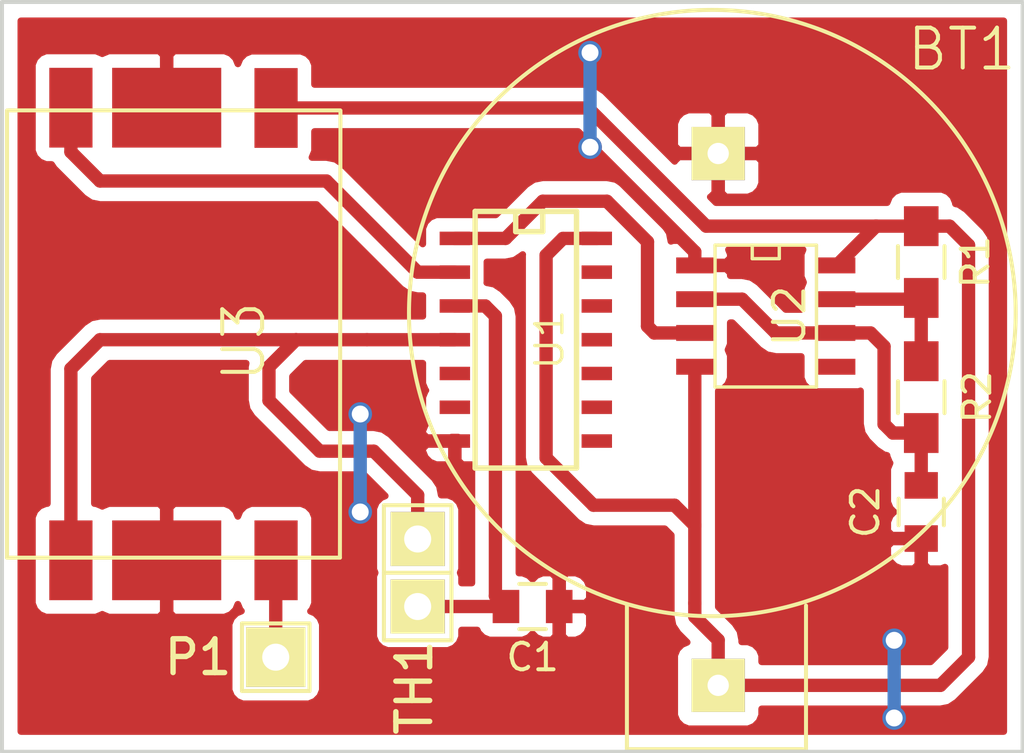
<source format=kicad_pcb>
(kicad_pcb (version 4) (host pcbnew "(2014-09-18 BZR 5141)-product")

  (general
    (links 23)
    (no_connects 0)
    (area 0 0 0 0)
    (thickness 1.6)
    (drawings 4)
    (tracks 77)
    (zones 0)
    (modules 10)
    (nets 10)
  )

  (page A4)
  (layers
    (0 F.Cu signal)
    (31 B.Cu signal)
    (32 B.Adhes user)
    (33 F.Adhes user)
    (34 B.Paste user)
    (35 F.Paste user)
    (36 B.SilkS user)
    (37 F.SilkS user)
    (38 B.Mask user)
    (39 F.Mask user)
    (40 Dwgs.User user)
    (41 Cmts.User user)
    (42 Eco1.User user)
    (43 Eco2.User user)
    (44 Edge.Cuts user)
    (45 Margin user)
    (46 B.CrtYd user)
    (47 F.CrtYd user)
    (48 B.Fab user)
    (49 F.Fab user)
  )

  (setup
    (last_trace_width 0.5)
    (user_trace_width 0.3)
    (user_trace_width 0.5)
    (trace_clearance 0.254)
    (zone_clearance 0.508)
    (zone_45_only no)
    (trace_min 0.254)
    (segment_width 0.2)
    (edge_width 0.15)
    (via_size 0.889)
    (via_drill 0.635)
    (via_min_size 0.889)
    (via_min_drill 0.508)
    (uvia_size 0.508)
    (uvia_drill 0.127)
    (uvias_allowed no)
    (uvia_min_size 0.508)
    (uvia_min_drill 0.127)
    (pcb_text_width 0.3)
    (pcb_text_size 1 1)
    (mod_edge_width 0.15)
    (mod_text_size 1 1)
    (mod_text_width 0.15)
    (pad_size 2.032 2.032)
    (pad_drill 1.016)
    (pad_to_mask_clearance 0)
    (aux_axis_origin 0 0)
    (visible_elements FFFFFF7F)
    (pcbplotparams
      (layerselection 0x00030_80000001)
      (usegerberextensions false)
      (excludeedgelayer true)
      (linewidth 0.100000)
      (plotframeref false)
      (viasonmask false)
      (mode 1)
      (useauxorigin false)
      (hpglpennumber 1)
      (hpglpenspeed 20)
      (hpglpendiameter 15)
      (hpglpenoverlay 2)
      (psnegative false)
      (psa4output false)
      (plotreference true)
      (plotvalue true)
      (plotinvisibletext false)
      (padsonsilk false)
      (subtractmaskfromsilk false)
      (outputformat 1)
      (mirror false)
      (drillshape 1)
      (scaleselection 1)
      (outputdirectory ""))
  )

  (net 0 "")
  (net 1 GND)
  (net 2 VCC)
  (net 3 "Net-(C1-Pad2)")
  (net 4 "Net-(C2-Pad2)")
  (net 5 "Net-(P1-Pad1)")
  (net 6 "Net-(R1-Pad1)")
  (net 7 DATA)
  (net 8 "Net-(U1-Pad1)")
  (net 9 ENABLE)

  (net_class Default "This is the default net class."
    (clearance 0.254)
    (trace_width 0.254)
    (via_dia 0.889)
    (via_drill 0.635)
    (uvia_dia 0.508)
    (uvia_drill 0.127)
    (add_net DATA)
    (add_net ENABLE)
    (add_net GND)
    (add_net "Net-(C1-Pad2)")
    (add_net "Net-(C2-Pad2)")
    (add_net "Net-(P1-Pad1)")
    (add_net "Net-(R1-Pad1)")
    (add_net "Net-(U1-Pad1)")
    (add_net VCC)
  )

  (module Pin_Headers:Pin_Header_Straight_1x02 (layer F.Cu) (tedit 541CA2E8) (tstamp 541C8B0A)
    (at 137.668 115.57 90)
    (descr "Through hole pin header")
    (tags "pin header")
    (path /540E03D6)
    (fp_text reference TH1 (at -4.318 -0.127 90) (layer F.SilkS)
      (effects (font (size 1.27 1.27) (thickness 0.2032)))
    )
    (fp_text value 1k5 (at 0 0 90) (layer F.SilkS) hide
      (effects (font (size 1.27 1.27) (thickness 0.2032)))
    )
    (fp_line (start 0 -1.27) (end 0 1.27) (layer F.SilkS) (width 0.15))
    (fp_line (start -2.54 -1.27) (end -2.54 1.27) (layer F.SilkS) (width 0.15))
    (fp_line (start -2.54 1.27) (end 0 1.27) (layer F.SilkS) (width 0.15))
    (fp_line (start 0 1.27) (end 2.54 1.27) (layer F.SilkS) (width 0.15))
    (fp_line (start 2.54 1.27) (end 2.54 -1.27) (layer F.SilkS) (width 0.15))
    (fp_line (start 2.54 -1.27) (end -2.54 -1.27) (layer F.SilkS) (width 0.15))
    (pad 1 thru_hole rect (at -1.27 0 90) (size 2.032 2.032) (drill 1.016) (layers *.Cu *.Mask F.SilkS)
      (net 3 "Net-(C1-Pad2)"))
    (pad 2 thru_hole rect (at 1.27 0 90) (size 2.032 2.032) (drill 1.016) (layers *.Cu *.Mask F.SilkS)
      (net 7 DATA))
    (model Pin_Headers/Pin_Header_Straight_1x02.wrl
      (at (xyz 0 0 0))
      (scale (xyz 1 1 1))
      (rotate (xyz 0 0 0))
    )
  )

  (module "Coin Cell Holder:Coin_Cell_Holder_CH25-2032LF" (layer F.Cu) (tedit 541CA2F0) (tstamp 541C884F)
    (at 148.971 105.664)
    (path /540DF1FA)
    (fp_text reference BT1 (at 9.144 -9.779) (layer F.SilkS)
      (effects (font (size 1.5 1.5) (thickness 0.15)))
    )
    (fp_text value BATTERY (at 0 0) (layer F.SilkS) hide
      (effects (font (size 1.5 1.5) (thickness 0.15)))
    )
    (fp_line (start 3.29 11.14) (end 3.29 16.54) (layer F.SilkS) (width 0.15))
    (fp_line (start 3.16 16.54) (end -3.44 16.54) (layer F.SilkS) (width 0.15))
    (fp_line (start -3.44 16.54) (end -3.44 11.14) (layer F.SilkS) (width 0.15))
    (fp_circle (center -0.23 0.14) (end -0.23 11.54) (layer F.SilkS) (width 0.15))
    (pad 2 thru_hole rect (at -0.01 -5.86) (size 2 2) (drill 0.8) (layers *.Cu *.Mask F.SilkS)
      (net 1 GND))
    (pad 1 thru_hole rect (at -0.01 14.14) (size 2 2) (drill 0.8) (layers *.Cu *.Mask F.SilkS)
      (net 2 VCC))
  )

  (module Capacitors_SMD:C_0805 (layer F.Cu) (tedit 541CA2CE) (tstamp 541C8B11)
    (at 141.986 116.84 180)
    (descr "Capacitor SMD 0805, reflow soldering, AVX (see smccp.pdf), AVX (see smccp.pdf)")
    (tags "capacitor 0805")
    (path /540E052B)
    (attr smd)
    (fp_text reference C1 (at 0 -1.905 180) (layer F.SilkS)
      (effects (font (size 1 1) (thickness 0.15)))
    )
    (fp_text value 2.2uF (at 0 2.1 180) (layer F.SilkS) hide
      (effects (font (size 1 1) (thickness 0.15)))
    )
    (fp_line (start 0.5 -0.85) (end -0.5 -0.85) (layer F.SilkS) (width 0.15))
    (fp_line (start -0.5 0.85) (end 0.5 0.85) (layer F.SilkS) (width 0.15))
    (pad 1 smd rect (at -1 0 180) (size 1 1.25) (layers F.Cu F.Paste F.Mask)
      (net 1 GND))
    (pad 2 smd rect (at 1 0 180) (size 1 1.25) (layers F.Cu F.Paste F.Mask)
      (net 3 "Net-(C1-Pad2)"))
    (model Capacitors_SMD/C_0805N.wrl
      (at (xyz 0 0 0))
      (scale (xyz 1 1 1))
      (rotate (xyz 0 0 0))
    )
  )

  (module Capacitors_SMD:C_0805 (layer F.Cu) (tedit 541C8962) (tstamp 541C885B)
    (at 156.591 113.284 90)
    (descr "Capacitor SMD 0805, reflow soldering, AVX (see smccp.pdf), AVX (see smccp.pdf)")
    (tags "capacitor 0805")
    (path /540DF1E1)
    (attr smd)
    (fp_text reference C2 (at 0 -2.1 90) (layer F.SilkS)
      (effects (font (size 1 1) (thickness 0.15)))
    )
    (fp_text value 100uF (at 0 2.1 90) (layer F.SilkS) hide
      (effects (font (size 1 1) (thickness 0.15)))
    )
    (fp_line (start 0.5 -0.85) (end -0.5 -0.85) (layer F.SilkS) (width 0.15))
    (fp_line (start -0.5 0.85) (end 0.5 0.85) (layer F.SilkS) (width 0.15))
    (pad 1 smd rect (at -1 0 90) (size 1 1.25) (layers F.Cu F.Paste F.Mask)
      (net 1 GND))
    (pad 2 smd rect (at 1 0 90) (size 1 1.25) (layers F.Cu F.Paste F.Mask)
      (net 4 "Net-(C2-Pad2)"))
    (model Capacitors_SMD/C_0805N.wrl
      (at (xyz 0 0 0))
      (scale (xyz 1 1 1))
      (rotate (xyz 0 0 0))
    )
  )

  (module Pin_Headers:Pin_Header_Straight_1x01 (layer F.Cu) (tedit 541CA2E1) (tstamp 541C8860)
    (at 132.334 118.745)
    (descr "Through hole pin header")
    (tags "pin header")
    (path /540F4A49)
    (fp_text reference P1 (at -2.921 0) (layer F.SilkS)
      (effects (font (size 1.27 1.27) (thickness 0.2032)))
    )
    (fp_text value CONNECTOR (at 0 0) (layer F.SilkS) hide
      (effects (font (size 1.27 1.27) (thickness 0.2032)))
    )
    (fp_line (start -1.27 -1.27) (end -1.27 1.27) (layer F.SilkS) (width 0.15))
    (fp_line (start -1.27 1.27) (end 1.27 1.27) (layer F.SilkS) (width 0.15))
    (fp_line (start 1.27 1.27) (end 1.27 -1.27) (layer F.SilkS) (width 0.15))
    (fp_line (start 1.27 -1.27) (end -1.27 -1.27) (layer F.SilkS) (width 0.15))
    (pad 1 thru_hole rect (at 0 0) (size 2.2352 2.2352) (drill 1.016) (layers *.Cu *.Mask F.SilkS)
      (net 5 "Net-(P1-Pad1)"))
    (model Pin_Headers/Pin_Header_Straight_1x01.wrl
      (at (xyz 0 0 0))
      (scale (xyz 1 1 1))
      (rotate (xyz 0 0 0))
    )
  )

  (module Resistors_SMD:R_0805_HandSoldering (layer F.Cu) (tedit 541C89AC) (tstamp 541C8866)
    (at 156.591 103.886 90)
    (descr "Resistor SMD 0805, hand soldering, Vishay (see dcrcw.pdf)")
    (tags "resistor 0805")
    (path /540DF2DF)
    (attr smd)
    (fp_text reference R1 (at 0 2.032 90) (layer F.SilkS)
      (effects (font (size 1 1) (thickness 0.15)))
    )
    (fp_text value 4k7 (at 0 2.1 90) (layer F.SilkS) hide
      (effects (font (size 1 1) (thickness 0.15)))
    )
    (fp_line (start 0.6 0.875) (end -0.6 0.875) (layer F.SilkS) (width 0.15))
    (fp_line (start -0.6 -0.875) (end 0.6 -0.875) (layer F.SilkS) (width 0.15))
    (pad 1 smd rect (at -1.35 0 90) (size 1.5 1.3) (layers F.Cu F.Paste F.Mask)
      (net 6 "Net-(R1-Pad1)"))
    (pad 2 smd rect (at 1.35 0 90) (size 1.5 1.3) (layers F.Cu F.Paste F.Mask)
      (net 2 VCC))
    (model Resistors_SMD/R_0805.wrl
      (at (xyz 0 0 0))
      (scale (xyz 1 1 1))
      (rotate (xyz 0 0 0))
    )
  )

  (module Resistors_SMD:R_0805_HandSoldering (layer F.Cu) (tedit 541C8966) (tstamp 541C886C)
    (at 156.591 108.966 270)
    (descr "Resistor SMD 0805, hand soldering, Vishay (see dcrcw.pdf)")
    (tags "resistor 0805")
    (path /540DFA27)
    (attr smd)
    (fp_text reference R2 (at 0 -2.1 270) (layer F.SilkS)
      (effects (font (size 1 1) (thickness 0.15)))
    )
    (fp_text value 2k2 (at 0 2.1 270) (layer F.SilkS) hide
      (effects (font (size 1 1) (thickness 0.15)))
    )
    (fp_line (start 0.6 0.875) (end -0.6 0.875) (layer F.SilkS) (width 0.15))
    (fp_line (start -0.6 -0.875) (end 0.6 -0.875) (layer F.SilkS) (width 0.15))
    (pad 1 smd rect (at -1.35 0 270) (size 1.5 1.3) (layers F.Cu F.Paste F.Mask)
      (net 6 "Net-(R1-Pad1)"))
    (pad 2 smd rect (at 1.35 0 270) (size 1.5 1.3) (layers F.Cu F.Paste F.Mask)
      (net 4 "Net-(C2-Pad2)"))
    (model Resistors_SMD/R_0805.wrl
      (at (xyz 0 0 0))
      (scale (xyz 1 1 1))
      (rotate (xyz 0 0 0))
    )
  )

  (module SMD_Packages:SOIC-14_W (layer F.Cu) (tedit 541C898D) (tstamp 541C8884)
    (at 141.859 106.807 270)
    (descr "module CMS SOJ 14 pins etroit")
    (tags "CMS SOJ")
    (path /540DFD5D)
    (attr smd)
    (fp_text reference U1 (at 0 -0.762 270) (layer F.SilkS)
      (effects (font (size 1.016 1.143) (thickness 0.127)))
    )
    (fp_text value 74LS14 (at 0 1.016 270) (layer F.SilkS) hide
      (effects (font (size 1.016 1.016) (thickness 0.127)))
    )
    (fp_line (start -4.826 -1.778) (end 4.826 -1.778) (layer F.SilkS) (width 0.2032))
    (fp_line (start 4.826 -1.778) (end 4.826 2.032) (layer F.SilkS) (width 0.2032))
    (fp_line (start 4.826 2.032) (end -4.826 2.032) (layer F.SilkS) (width 0.2032))
    (fp_line (start -4.826 2.032) (end -4.826 -1.778) (layer F.SilkS) (width 0.2032))
    (fp_line (start -4.826 -0.508) (end -4.064 -0.508) (layer F.SilkS) (width 0.2032))
    (fp_line (start -4.064 -0.508) (end -4.064 0.508) (layer F.SilkS) (width 0.2032))
    (fp_line (start -4.064 0.508) (end -4.826 0.508) (layer F.SilkS) (width 0.2032))
    (pad 1 smd rect (at -3.81 2.794 270) (size 0.508 1.143) (layers F.Cu F.Paste F.Mask)
      (net 8 "Net-(U1-Pad1)"))
    (pad 2 smd rect (at -2.54 2.794 270) (size 0.508 1.143) (layers F.Cu F.Paste F.Mask)
      (net 9 ENABLE))
    (pad 3 smd rect (at -1.27 2.794 270) (size 0.508 1.143) (layers F.Cu F.Paste F.Mask)
      (net 3 "Net-(C1-Pad2)"))
    (pad 4 smd rect (at 0 2.794 270) (size 0.508 1.143) (layers F.Cu F.Paste F.Mask)
      (net 7 DATA))
    (pad 5 smd rect (at 1.27 2.794 270) (size 0.508 1.143) (layers F.Cu F.Paste F.Mask))
    (pad 6 smd rect (at 2.54 2.794 270) (size 0.508 1.143) (layers F.Cu F.Paste F.Mask))
    (pad 7 smd rect (at 3.81 2.794 270) (size 0.508 1.143) (layers F.Cu F.Paste F.Mask)
      (net 1 GND))
    (pad 8 smd rect (at 3.81 -2.54 270) (size 0.508 1.143) (layers F.Cu F.Paste F.Mask))
    (pad 9 smd rect (at 2.54 -2.54 270) (size 0.508 1.143) (layers F.Cu F.Paste F.Mask))
    (pad 10 smd rect (at 1.27 -2.54 270) (size 0.508 1.143) (layers F.Cu F.Paste F.Mask))
    (pad 11 smd rect (at 0 -2.54 270) (size 0.508 1.143) (layers F.Cu F.Paste F.Mask))
    (pad 12 smd rect (at -1.27 -2.54 270) (size 0.508 1.143) (layers F.Cu F.Paste F.Mask))
    (pad 13 smd rect (at -2.54 -2.54 270) (size 0.508 1.143) (layers F.Cu F.Paste F.Mask))
    (pad 14 smd rect (at -3.81 -2.54 270) (size 0.508 1.143) (layers F.Cu F.Paste F.Mask)
      (net 2 VCC))
    (model smd/cms_so14.wrl
      (at (xyz 0 0 0))
      (scale (xyz 0.5 0.3 0.5))
      (rotate (xyz 0 0 0))
    )
  )

  (module SMD_Packages:SOIC-8-W (layer F.Cu) (tedit 541C8979) (tstamp 541C8890)
    (at 150.749 105.918 270)
    (descr "module SMD SOIC SOJ 8 pins etroit")
    (tags "CMS SOJ")
    (path /540DF191)
    (attr smd)
    (fp_text reference U2 (at 0 -0.889 270) (layer F.SilkS)
      (effects (font (size 1.143 1.143) (thickness 0.1524)))
    )
    (fp_text value LM555N (at 0 1.016 270) (layer F.SilkS) hide
      (effects (font (size 0.889 0.889) (thickness 0.1524)))
    )
    (fp_line (start -2.667 1.778) (end -2.667 1.905) (layer F.SilkS) (width 0.127))
    (fp_line (start -2.667 1.905) (end 2.667 1.905) (layer F.SilkS) (width 0.127))
    (fp_line (start 2.667 -1.905) (end -2.667 -1.905) (layer F.SilkS) (width 0.127))
    (fp_line (start -2.667 -1.905) (end -2.667 1.778) (layer F.SilkS) (width 0.127))
    (fp_line (start -2.667 -0.508) (end -2.159 -0.508) (layer F.SilkS) (width 0.127))
    (fp_line (start -2.159 -0.508) (end -2.159 0.508) (layer F.SilkS) (width 0.127))
    (fp_line (start -2.159 0.508) (end -2.667 0.508) (layer F.SilkS) (width 0.127))
    (fp_line (start 2.667 -1.905) (end 2.667 1.905) (layer F.SilkS) (width 0.127))
    (pad 8 smd rect (at -1.905 -2.667 270) (size 0.59944 1.39954) (layers F.Cu F.Paste F.Mask)
      (net 2 VCC))
    (pad 1 smd rect (at -1.905 2.667 270) (size 0.59944 1.39954) (layers F.Cu F.Paste F.Mask)
      (net 1 GND))
    (pad 7 smd rect (at -0.635 -2.667 270) (size 0.59944 1.39954) (layers F.Cu F.Paste F.Mask)
      (net 6 "Net-(R1-Pad1)"))
    (pad 6 smd rect (at 0.635 -2.667 270) (size 0.59944 1.39954) (layers F.Cu F.Paste F.Mask)
      (net 4 "Net-(C2-Pad2)"))
    (pad 5 smd rect (at 1.905 -2.667 270) (size 0.59944 1.39954) (layers F.Cu F.Paste F.Mask))
    (pad 2 smd rect (at -0.635 2.667 270) (size 0.59944 1.39954) (layers F.Cu F.Paste F.Mask)
      (net 4 "Net-(C2-Pad2)"))
    (pad 3 smd rect (at 0.635 2.667 270) (size 0.59944 1.39954) (layers F.Cu F.Paste F.Mask)
      (net 8 "Net-(U1-Pad1)"))
    (pad 4 smd rect (at 1.905 2.667 270) (size 0.59944 1.39954) (layers F.Cu F.Paste F.Mask)
      (net 2 VCC))
    (model smd/cms_so8.wrl
      (at (xyz 0 0 0))
      (scale (xyz 0.5 0.32 0.5))
      (rotate (xyz 0 0 0))
    )
  )

  (module QFM-TX1:QFM-TX1 (layer F.Cu) (tedit 541C8983) (tstamp 541C889A)
    (at 128.016 106.172 270)
    (path /540F470C)
    (fp_text reference U3 (at 0.7 -3.12 270) (layer F.SilkS)
      (effects (font (size 1.5 1.5) (thickness 0.15)))
    )
    (fp_text value QFM-TX1 (at 0.77 2.74 270) (layer F.SilkS) hide
      (effects (font (size 1.5 1.5) (thickness 0.15)))
    )
    (fp_line (start -7.98 5.78) (end 8.83 5.78) (layer F.SilkS) (width 0.15))
    (fp_line (start 8.83 5.78) (end 8.83 -6.73) (layer F.SilkS) (width 0.15))
    (fp_line (start -7.99 5.77) (end -7.99 -6.74) (layer F.SilkS) (width 0.15))
    (fp_line (start -7.98 -6.75) (end 8.83 -6.73) (layer F.SilkS) (width 0.15))
    (pad 1 smd rect (at -8.08 -4.33 270) (size 3 1.624) (layers F.Cu F.Paste F.Mask)
      (net 2 VCC))
    (pad 6 smd rect (at 8.93 -4.33 270) (size 3 1.624) (layers F.Cu F.Paste F.Mask)
      (net 5 "Net-(P1-Pad1)"))
    (pad 4 smd rect (at 8.93 3.38 270) (size 3 1.624) (layers F.Cu F.Paste F.Mask)
      (net 7 DATA))
    (pad 3 smd rect (at -8.09 3.38 270) (size 3 1.624) (layers F.Cu F.Paste F.Mask)
      (net 9 ENABLE))
    (pad 2 smd rect (at -8.09 -0.22 270) (size 3 4.1) (layers F.Cu F.Paste F.Mask)
      (net 1 GND))
    (pad 5 smd rect (at 8.93 -0.22 270) (size 3 4.1) (layers F.Cu F.Paste F.Mask)
      (net 1 GND))
  )

  (gr_line (start 122.047 94.107) (end 160.401 94.107) (angle 90) (layer Edge.Cuts) (width 0.15))
  (gr_line (start 122.047 122.301) (end 122.047 94.107) (angle 90) (layer Edge.Cuts) (width 0.15))
  (gr_line (start 160.401 122.301) (end 122.047 122.301) (angle 90) (layer Edge.Cuts) (width 0.15))
  (gr_line (start 160.401 94.234) (end 160.401 122.301) (angle 90) (layer Edge.Cuts) (width 0.15))

  (via (at 135.509 109.601) (size 0.889) (layers F.Cu B.Cu) (net 1))
  (via (at 135.509 113.284) (size 0.889) (layers F.Cu B.Cu) (net 1))
  (segment (start 135.509 109.601) (end 135.509 113.284) (width 0.5) (layer B.Cu) (net 1) (tstamp 541CA2AB))
  (segment (start 155.702 118.11) (end 155.575 118.11) (width 0.5) (layer F.Cu) (net 1))
  (via (at 155.575 121.031) (size 0.889) (layers F.Cu B.Cu) (net 1))
  (segment (start 155.575 118.11) (end 155.575 121.031) (width 0.5) (layer B.Cu) (net 1) (tstamp 541CA1E5))
  (via (at 155.575 118.11) (size 0.889) (layers F.Cu B.Cu) (net 1))
  (segment (start 148.082 104.013) (end 148.082 103.505) (width 0.5) (layer F.Cu) (net 1))
  (via (at 144.145 96.012) (size 0.889) (layers F.Cu B.Cu) (net 1))
  (segment (start 144.145 99.568) (end 144.145 96.012) (width 0.5) (layer B.Cu) (net 1) (tstamp 541CA127))
  (via (at 144.145 99.568) (size 0.889) (layers F.Cu B.Cu) (net 1))
  (segment (start 148.082 103.505) (end 144.145 99.568) (width 0.5) (layer F.Cu) (net 1) (tstamp 541CA115))
  (segment (start 148.961 119.804) (end 157.31 119.804) (width 0.5) (layer F.Cu) (net 2) (status 400000))
  (segment (start 157.654 102.536) (end 156.591 102.536) (width 0.5) (layer F.Cu) (net 2) (tstamp 541CA18B) (status 800000))
  (segment (start 158.369 103.251) (end 157.654 102.536) (width 0.5) (layer F.Cu) (net 2) (tstamp 541CA18A))
  (segment (start 158.369 118.745) (end 158.369 103.251) (width 0.5) (layer F.Cu) (net 2) (tstamp 541CA186))
  (segment (start 157.31 119.804) (end 158.369 118.745) (width 0.5) (layer F.Cu) (net 2) (tstamp 541CA184))
  (segment (start 132.346 98.092) (end 144.066 98.092) (width 0.5) (layer F.Cu) (net 2))
  (segment (start 148.51 102.536) (end 154.893 102.536) (width 0.5) (layer F.Cu) (net 2) (tstamp 541CA071))
  (segment (start 144.066 98.092) (end 148.51 102.536) (width 0.5) (layer F.Cu) (net 2) (tstamp 541CA06A))
  (segment (start 156.591 102.536) (end 154.893 102.536) (width 0.5) (layer F.Cu) (net 2))
  (segment (start 154.893 102.536) (end 153.416 104.013) (width 0.5) (layer F.Cu) (net 2) (tstamp 541CA02D))
  (segment (start 144.399 102.997) (end 143.129 102.997) (width 0.5) (layer F.Cu) (net 2))
  (segment (start 147.32 113.03) (end 148.082 113.792) (width 0.5) (layer F.Cu) (net 2) (tstamp 541CA012))
  (segment (start 144.272 113.03) (end 147.32 113.03) (width 0.5) (layer F.Cu) (net 2) (tstamp 541CA010))
  (segment (start 142.494 111.252) (end 144.272 113.03) (width 0.5) (layer F.Cu) (net 2) (tstamp 541CA00F))
  (segment (start 142.494 103.632) (end 142.494 111.252) (width 0.5) (layer F.Cu) (net 2) (tstamp 541CA00C))
  (segment (start 143.129 102.997) (end 142.494 103.632) (width 0.5) (layer F.Cu) (net 2) (tstamp 541CA007))
  (segment (start 148.082 107.823) (end 148.082 113.792) (width 0.5) (layer F.Cu) (net 2))
  (segment (start 148.082 113.792) (end 148.082 116.713) (width 0.5) (layer F.Cu) (net 2) (tstamp 541CA016))
  (segment (start 148.082 116.713) (end 148.082 117.221) (width 0.5) (layer F.Cu) (net 2) (tstamp 541CA060))
  (segment (start 148.961 118.1) (end 148.961 119.804) (width 0.5) (layer F.Cu) (net 2) (tstamp 541C9600))
  (segment (start 148.082 117.221) (end 148.961 118.1) (width 0.5) (layer F.Cu) (net 2) (tstamp 541C95F9))
  (segment (start 139.065 105.537) (end 140.208 105.537) (width 0.5) (layer F.Cu) (net 3))
  (segment (start 140.589 105.918) (end 140.589 116.443) (width 0.5) (layer F.Cu) (net 3) (tstamp 541C9F20))
  (segment (start 140.208 105.537) (end 140.589 105.918) (width 0.5) (layer F.Cu) (net 3) (tstamp 541C9F1F))
  (segment (start 140.589 116.443) (end 140.986 116.84) (width 0.5) (layer F.Cu) (net 3) (tstamp 541C9F25))
  (segment (start 140.986 116.84) (end 137.668 116.84) (width 0.5) (layer F.Cu) (net 3))
  (segment (start 137.938 116.57) (end 137.668 116.84) (width 0.3) (layer F.Cu) (net 3) (tstamp 541C96E1))
  (segment (start 148.082 105.283) (end 149.86 105.283) (width 0.5) (layer F.Cu) (net 4))
  (segment (start 151.13 106.553) (end 153.416 106.553) (width 0.5) (layer F.Cu) (net 4) (tstamp 541C8A9A))
  (segment (start 149.86 105.283) (end 151.13 106.553) (width 0.5) (layer F.Cu) (net 4) (tstamp 541C8A97))
  (segment (start 153.416 106.553) (end 154.686 106.553) (width 0.5) (layer F.Cu) (net 4))
  (segment (start 155.528 110.316) (end 156.591 110.316) (width 0.5) (layer F.Cu) (net 4) (tstamp 541C89ED))
  (segment (start 155.194 109.982) (end 155.528 110.316) (width 0.5) (layer F.Cu) (net 4) (tstamp 541C89EC))
  (segment (start 155.194 107.061) (end 155.194 109.982) (width 0.5) (layer F.Cu) (net 4) (tstamp 541C89E7))
  (segment (start 154.686 106.553) (end 155.194 107.061) (width 0.5) (layer F.Cu) (net 4) (tstamp 541C89E5))
  (segment (start 156.591 112.284) (end 156.591 110.316) (width 0.5) (layer F.Cu) (net 4))
  (segment (start 132.334 118.745) (end 132.334 115.114) (width 0.5) (layer F.Cu) (net 5))
  (segment (start 132.334 115.114) (end 132.346 115.102) (width 0.5) (layer F.Cu) (net 5) (tstamp 541C941B))
  (segment (start 132.334 115.114) (end 132.346 115.102) (width 0.5) (layer F.Cu) (net 5) (tstamp 541C9322))
  (segment (start 153.416 105.283) (end 156.544 105.283) (width 0.5) (layer F.Cu) (net 6))
  (segment (start 156.544 105.283) (end 156.591 105.33) (width 0.5) (layer F.Cu) (net 6) (tstamp 541C89D6))
  (segment (start 156.591 105.33) (end 156.591 107.616) (width 0.5) (layer F.Cu) (net 6) (tstamp 541C89D7))
  (segment (start 137.668 114.3) (end 137.668 112.649) (width 0.5) (layer F.Cu) (net 7) (status 400000))
  (segment (start 132.08 107.823) (end 133.096 106.807) (width 0.5) (layer F.Cu) (net 7) (tstamp 541CA28E))
  (segment (start 132.08 109.093) (end 132.08 107.823) (width 0.5) (layer F.Cu) (net 7) (tstamp 541CA28D))
  (segment (start 133.985 110.998) (end 132.08 109.093) (width 0.5) (layer F.Cu) (net 7) (tstamp 541CA28A))
  (segment (start 136.017 110.998) (end 133.985 110.998) (width 0.5) (layer F.Cu) (net 7) (tstamp 541CA287))
  (segment (start 137.668 112.649) (end 136.017 110.998) (width 0.5) (layer F.Cu) (net 7) (tstamp 541CA284))
  (segment (start 124.636 115.102) (end 124.636 107.901) (width 0.5) (layer F.Cu) (net 7) (status 400000))
  (segment (start 125.73 106.807) (end 133.096 106.807) (width 0.5) (layer F.Cu) (net 7) (tstamp 541CA235))
  (segment (start 133.096 106.807) (end 135.763 106.807) (width 0.5) (layer F.Cu) (net 7) (tstamp 541CA291))
  (segment (start 135.763 106.807) (end 139.065 106.807) (width 0.5) (layer F.Cu) (net 7) (tstamp 541CA25D) (status 800000))
  (segment (start 124.636 107.901) (end 125.73 106.807) (width 0.5) (layer F.Cu) (net 7) (tstamp 541CA22C))
  (segment (start 139.065 102.997) (end 140.97 102.997) (width 0.5) (layer F.Cu) (net 8))
  (segment (start 146.558 106.553) (end 148.082 106.553) (width 0.5) (layer F.Cu) (net 8) (tstamp 541C9FF8))
  (segment (start 146.304 106.299) (end 146.558 106.553) (width 0.5) (layer F.Cu) (net 8) (tstamp 541C9FF7))
  (segment (start 146.304 103.124) (end 146.304 106.299) (width 0.5) (layer F.Cu) (net 8) (tstamp 541C9FF4))
  (segment (start 144.78 101.6) (end 146.304 103.124) (width 0.5) (layer F.Cu) (net 8) (tstamp 541C9FF3))
  (segment (start 142.367 101.6) (end 144.78 101.6) (width 0.5) (layer F.Cu) (net 8) (tstamp 541C9FF1))
  (segment (start 140.97 102.997) (end 142.367 101.6) (width 0.5) (layer F.Cu) (net 8) (tstamp 541C9FEE))
  (segment (start 139.065 104.267) (end 137.668 104.267) (width 0.5) (layer F.Cu) (net 9))
  (segment (start 124.636 99.744) (end 124.636 98.082) (width 0.5) (layer F.Cu) (net 9) (tstamp 541C942F))
  (segment (start 125.73 100.838) (end 124.636 99.744) (width 0.5) (layer F.Cu) (net 9) (tstamp 541C942E))
  (segment (start 134.239 100.838) (end 125.73 100.838) (width 0.5) (layer F.Cu) (net 9) (tstamp 541C942A))
  (segment (start 137.668 104.267) (end 134.239 100.838) (width 0.5) (layer F.Cu) (net 9) (tstamp 541C9425))

  (zone (net 1) (net_name GND) (layer F.Cu) (tstamp 541C9370) (hatch edge 0.508)
    (connect_pads (clearance 0.508))
    (min_thickness 0.254)
    (fill yes (arc_segments 16) (thermal_gap 0.508) (thermal_bridge_width 0.508))
    (polygon
      (pts
        (xy 122.555 94.615) (xy 159.893 94.615) (xy 159.893 121.666) (xy 122.555 121.666) (xy 122.555 117.348)
      )
    )
    (filled_polygon
      (pts
        (xy 139.704 115.955) (xy 139.319 115.955) (xy 139.319 115.697691) (xy 139.266108 115.57) (xy 139.319 115.44231)
        (xy 139.319 115.189691) (xy 139.319 113.157691) (xy 139.222327 112.924302) (xy 139.043699 112.745673) (xy 138.938 112.70189)
        (xy 138.938 111.34725) (xy 138.938 110.744) (xy 138.01725 110.744) (xy 137.8585 110.90275) (xy 137.8585 110.997309)
        (xy 137.955173 111.230698) (xy 138.133801 111.409327) (xy 138.36719 111.506) (xy 138.619809 111.506) (xy 138.77925 111.506)
        (xy 138.938 111.34725) (xy 138.938 112.70189) (xy 138.81031 112.649) (xy 138.557691 112.649) (xy 138.553001 112.649)
        (xy 138.485634 112.310326) (xy 138.485633 112.310325) (xy 138.421975 112.215054) (xy 138.29379 112.023211) (xy 138.29379 112.02321)
        (xy 138.293786 112.023207) (xy 136.64279 110.37221) (xy 136.355675 110.180367) (xy 136.299484 110.169189) (xy 136.017 110.112999)
        (xy 136.016994 110.113) (xy 134.351579 110.113) (xy 132.965 108.72642) (xy 132.965 108.189579) (xy 133.462579 107.692)
        (xy 135.763 107.692) (xy 137.860442 107.692) (xy 137.8585 107.69669) (xy 137.8585 107.949309) (xy 137.8585 108.457309)
        (xy 137.955173 108.690698) (xy 137.976474 108.711999) (xy 137.955173 108.733301) (xy 137.8585 108.96669) (xy 137.8585 109.219309)
        (xy 137.8585 109.727309) (xy 137.955173 109.960698) (xy 137.976474 109.982) (xy 137.955173 110.003302) (xy 137.8585 110.236691)
        (xy 137.8585 110.33125) (xy 138.01725 110.49) (xy 138.938 110.49) (xy 138.938 110.47) (xy 139.192 110.47)
        (xy 139.192 110.49) (xy 139.212 110.49) (xy 139.212 110.744) (xy 139.192 110.744) (xy 139.192 111.34725)
        (xy 139.35075 111.506) (xy 139.510191 111.506) (xy 139.704 111.506) (xy 139.704 115.955)
      )
    )
    (filled_polygon
      (pts
        (xy 147.954998 103.237028) (xy 147.79625 103.07828) (xy 147.508539 103.07828) (xy 147.25592 103.07828) (xy 147.185691 103.107369)
        (xy 147.121633 102.785325) (xy 146.92979 102.49821) (xy 146.929786 102.498207) (xy 145.40579 100.97421) (xy 145.118675 100.782367)
        (xy 145.062484 100.771189) (xy 144.78 100.714999) (xy 144.779994 100.715) (xy 142.367 100.715) (xy 142.028325 100.782367)
        (xy 141.74121 100.97421) (xy 141.741207 100.974213) (xy 140.60342 102.112) (xy 139.772466 102.112) (xy 139.76281 102.108)
        (xy 139.510191 102.108) (xy 138.367191 102.108) (xy 138.133802 102.204673) (xy 137.955173 102.383301) (xy 137.8585 102.61669)
        (xy 137.8585 102.869309) (xy 137.8585 103.20592) (xy 134.86479 100.21221) (xy 134.577675 100.020367) (xy 134.521484 100.009189)
        (xy 134.239 99.952999) (xy 134.238994 99.953) (xy 133.695025 99.953) (xy 133.696327 99.951699) (xy 133.793 99.71831)
        (xy 133.793 99.465691) (xy 133.793 98.977) (xy 143.69942 98.977) (xy 147.884207 103.161786) (xy 147.88421 103.16179)
        (xy 147.954998 103.209088) (xy 147.954998 103.237028)
      )
    )
    (filled_polygon
      (pts
        (xy 152.167788 104.647999) (xy 152.08123 104.85697) (xy 152.08123 105.109589) (xy 152.08123 105.668) (xy 151.496579 105.668)
        (xy 150.48579 104.65721) (xy 150.198675 104.465367) (xy 150.142484 104.454189) (xy 149.86 104.397999) (xy 149.859994 104.398)
        (xy 149.41677 104.398) (xy 149.41677 104.29875) (xy 149.25802 104.14) (xy 148.209 104.14) (xy 148.209 104.16)
        (xy 147.955 104.16) (xy 147.955 104.14) (xy 147.935 104.14) (xy 147.935 103.886) (xy 147.955 103.886)
        (xy 147.955 103.866) (xy 148.209 103.866) (xy 148.209 103.886) (xy 149.25802 103.886) (xy 149.41677 103.72725)
        (xy 149.41677 103.586971) (xy 149.348022 103.421) (xy 152.149977 103.421) (xy 152.08123 103.58697) (xy 152.08123 103.839589)
        (xy 152.08123 104.439029) (xy 152.167788 104.647999)
      )
    )
    (filled_polygon
      (pts
        (xy 157.484 118.37842) (xy 156.94342 118.919) (xy 156.464 118.919) (xy 156.464 115.26025) (xy 156.464 114.411)
        (xy 155.48975 114.411) (xy 155.331 114.56975) (xy 155.331 114.910309) (xy 155.427673 115.143698) (xy 155.606301 115.322327)
        (xy 155.83969 115.419) (xy 156.092309 115.419) (xy 156.30525 115.419) (xy 156.464 115.26025) (xy 156.464 118.919)
        (xy 150.596 118.919) (xy 150.596 118.677691) (xy 150.499327 118.444302) (xy 150.320699 118.265673) (xy 150.08731 118.169)
        (xy 149.846 118.169) (xy 149.846 118.100005) (xy 149.846 118.1) (xy 149.846001 118.1) (xy 149.78981 117.817515)
        (xy 149.778633 117.761326) (xy 149.778633 117.761325) (xy 149.58679 117.474211) (xy 149.58679 117.47421) (xy 149.586786 117.474207)
        (xy 148.967 116.85442) (xy 148.967 116.713) (xy 148.967 113.792005) (xy 148.967 113.792) (xy 148.967001 113.792)
        (xy 148.967 113.791994) (xy 148.967 108.733314) (xy 149.141468 108.661047) (xy 149.320097 108.482419) (xy 149.41677 108.24903)
        (xy 149.41677 107.996411) (xy 149.41677 107.396971) (xy 149.330211 107.188) (xy 149.41677 106.97903) (xy 149.41677 106.726411)
        (xy 149.41677 106.168) (xy 149.49342 106.168) (xy 150.504207 107.178786) (xy 150.50421 107.17879) (xy 150.791325 107.370633)
        (xy 151.13 107.438001) (xy 151.13 107.438) (xy 151.130005 107.438) (xy 152.08123 107.438) (xy 152.08123 107.649589)
        (xy 152.08123 108.249029) (xy 152.177903 108.482418) (xy 152.356531 108.661047) (xy 152.58992 108.75772) (xy 152.842539 108.75772)
        (xy 154.242079 108.75772) (xy 154.309 108.73) (xy 154.309 109.981994) (xy 154.308999 109.982) (xy 154.365189 110.264484)
        (xy 154.376367 110.320675) (xy 154.56821 110.60779) (xy 154.902207 110.941786) (xy 154.90221 110.94179) (xy 155.189325 111.133633)
        (xy 155.306 111.156841) (xy 155.306 111.192309) (xy 155.402673 111.425698) (xy 155.419941 111.442966) (xy 155.331 111.65769)
        (xy 155.331 111.910309) (xy 155.331 112.910309) (xy 155.427673 113.143698) (xy 155.567974 113.284) (xy 155.427673 113.424302)
        (xy 155.331 113.657691) (xy 155.331 113.99825) (xy 155.48975 114.157) (xy 156.464 114.157) (xy 156.464 114.137)
        (xy 156.718 114.137) (xy 156.718 114.157) (xy 156.738 114.157) (xy 156.738 114.411) (xy 156.718 114.411)
        (xy 156.718 115.26025) (xy 156.87675 115.419) (xy 157.089691 115.419) (xy 157.34231 115.419) (xy 157.484 115.36031)
        (xy 157.484 118.37842)
      )
    )
    (filled_polygon
      (pts
        (xy 159.691 121.539) (xy 159.254001 121.539) (xy 159.254001 118.745) (xy 159.254 118.744994) (xy 159.254 103.251005)
        (xy 159.254 103.251) (xy 159.254001 103.251) (xy 159.19781 102.968515) (xy 159.186633 102.912326) (xy 159.186633 102.912325)
        (xy 158.99479 102.625211) (xy 158.99479 102.62521) (xy 158.994786 102.625207) (xy 158.27979 101.91021) (xy 157.992675 101.718367)
        (xy 157.936484 101.707189) (xy 157.876 101.695158) (xy 157.876 101.659691) (xy 157.779327 101.426302) (xy 157.600699 101.247673)
        (xy 157.36731 101.151) (xy 157.114691 101.151) (xy 155.814691 101.151) (xy 155.581302 101.247673) (xy 155.402673 101.426301)
        (xy 155.309599 101.651) (xy 154.893 101.651) (xy 150.596 101.651) (xy 150.596 100.93031) (xy 150.596 100.677691)
        (xy 150.596 100.08975) (xy 150.596 99.51825) (xy 150.596 98.930309) (xy 150.596 98.67769) (xy 150.499327 98.444301)
        (xy 150.320698 98.265673) (xy 150.087309 98.169) (xy 149.24675 98.169) (xy 149.088 98.32775) (xy 149.088 99.677)
        (xy 150.43725 99.677) (xy 150.596 99.51825) (xy 150.596 100.08975) (xy 150.43725 99.931) (xy 149.088 99.931)
        (xy 149.088 101.28025) (xy 149.24675 101.439) (xy 150.087309 101.439) (xy 150.320698 101.342327) (xy 150.499327 101.163699)
        (xy 150.596 100.93031) (xy 150.596 101.651) (xy 148.876579 101.651) (xy 148.664579 101.439) (xy 148.67525 101.439)
        (xy 148.834 101.28025) (xy 148.834 99.931) (xy 148.834 99.677) (xy 148.834 98.32775) (xy 148.67525 98.169)
        (xy 147.834691 98.169) (xy 147.601302 98.265673) (xy 147.422673 98.444301) (xy 147.326 98.67769) (xy 147.326 98.930309)
        (xy 147.326 99.51825) (xy 147.48475 99.677) (xy 148.834 99.677) (xy 148.834 99.931) (xy 147.48475 99.931)
        (xy 147.326 100.08975) (xy 147.326 100.10042) (xy 144.69179 97.46621) (xy 144.404675 97.274367) (xy 144.348484 97.263189)
        (xy 144.066 97.206999) (xy 144.065994 97.207) (xy 133.793 97.207) (xy 133.793 96.465691) (xy 133.696327 96.232302)
        (xy 133.517699 96.053673) (xy 133.28431 95.957) (xy 133.031691 95.957) (xy 131.407691 95.957) (xy 131.174302 96.053673)
        (xy 130.995673 96.232301) (xy 130.91207 96.434134) (xy 130.824327 96.222302) (xy 130.645699 96.043673) (xy 130.41231 95.947)
        (xy 130.159691 95.947) (xy 128.52175 95.947) (xy 128.363 96.10575) (xy 128.363 97.955) (xy 128.383 97.955)
        (xy 128.383 98.209) (xy 128.363 98.209) (xy 128.363 98.229) (xy 128.109 98.229) (xy 128.109 98.209)
        (xy 128.089 98.209) (xy 128.089 97.955) (xy 128.109 97.955) (xy 128.109 96.10575) (xy 127.95025 95.947)
        (xy 126.312309 95.947) (xy 126.05969 95.947) (xy 125.826301 96.043673) (xy 125.817 96.052974) (xy 125.807699 96.043673)
        (xy 125.57431 95.947) (xy 125.321691 95.947) (xy 123.697691 95.947) (xy 123.464302 96.043673) (xy 123.285673 96.222301)
        (xy 123.189 96.45569) (xy 123.189 96.708309) (xy 123.189 99.708309) (xy 123.285673 99.941698) (xy 123.464301 100.120327)
        (xy 123.69769 100.217) (xy 123.908119 100.217) (xy 124.01021 100.36979) (xy 125.104207 101.463786) (xy 125.10421 101.46379)
        (xy 125.104211 101.46379) (xy 125.391325 101.655633) (xy 125.391326 101.655633) (xy 125.447515 101.66681) (xy 125.73 101.723001)
        (xy 125.73 101.723) (xy 125.730005 101.723) (xy 133.87242 101.723) (xy 137.042207 104.892786) (xy 137.04221 104.89279)
        (xy 137.329325 105.084633) (xy 137.668 105.152) (xy 137.860442 105.152) (xy 137.8585 105.15669) (xy 137.8585 105.409309)
        (xy 137.8585 105.917309) (xy 137.860443 105.922) (xy 135.763 105.922) (xy 133.096005 105.922) (xy 133.096 105.921999)
        (xy 133.095994 105.922) (xy 125.730005 105.922) (xy 125.73 105.921999) (xy 125.447515 105.978189) (xy 125.391325 105.989367)
        (xy 125.10421 106.18121) (xy 125.104207 106.181213) (xy 124.01021 107.27521) (xy 123.818367 107.562325) (xy 123.807189 107.618515)
        (xy 123.750999 107.901) (xy 123.751 107.901005) (xy 123.751 112.967) (xy 123.697691 112.967) (xy 123.464302 113.063673)
        (xy 123.285673 113.242301) (xy 123.189 113.47569) (xy 123.189 113.728309) (xy 123.189 116.728309) (xy 123.285673 116.961698)
        (xy 123.464301 117.140327) (xy 123.69769 117.237) (xy 123.950309 117.237) (xy 125.574309 117.237) (xy 125.807698 117.140327)
        (xy 125.816999 117.131025) (xy 125.826301 117.140327) (xy 126.05969 117.237) (xy 126.312309 117.237) (xy 127.95025 117.237)
        (xy 128.109 117.07825) (xy 128.109 115.229) (xy 128.089 115.229) (xy 128.089 114.975) (xy 128.109 114.975)
        (xy 128.109 113.12575) (xy 127.95025 112.967) (xy 126.312309 112.967) (xy 126.05969 112.967) (xy 125.826301 113.063673)
        (xy 125.817 113.072974) (xy 125.807699 113.063673) (xy 125.57431 112.967) (xy 125.521 112.967) (xy 125.521 108.267579)
        (xy 126.096579 107.692) (xy 131.221057 107.692) (xy 131.194999 107.823) (xy 131.195 107.823005) (xy 131.195 109.092994)
        (xy 131.194999 109.093) (xy 131.251189 109.375484) (xy 131.262367 109.431675) (xy 131.45421 109.71879) (xy 133.359207 111.623786)
        (xy 133.35921 111.62379) (xy 133.359211 111.62379) (xy 133.646325 111.815633) (xy 133.646326 111.815633) (xy 133.702515 111.82681)
        (xy 133.985 111.883001) (xy 133.985 111.883) (xy 133.985005 111.883) (xy 135.65042 111.883) (xy 136.448425 112.681004)
        (xy 136.292302 112.745673) (xy 136.113673 112.924301) (xy 136.017 113.15769) (xy 136.017 113.410309) (xy 136.017 115.442309)
        (xy 136.069891 115.569999) (xy 136.017 115.69769) (xy 136.017 115.950309) (xy 136.017 117.982309) (xy 136.113673 118.215698)
        (xy 136.292301 118.394327) (xy 136.52569 118.491) (xy 136.778309 118.491) (xy 138.810309 118.491) (xy 139.043698 118.394327)
        (xy 139.222327 118.215699) (xy 139.319 117.98231) (xy 139.319 117.729691) (xy 139.319 117.725) (xy 139.906376 117.725)
        (xy 139.947673 117.824698) (xy 140.126301 118.003327) (xy 140.35969 118.1) (xy 140.612309 118.1) (xy 141.612309 118.1)
        (xy 141.845698 118.003327) (xy 141.986 117.863025) (xy 142.126302 118.003327) (xy 142.359691 118.1) (xy 142.70025 118.1)
        (xy 142.859 117.94125) (xy 142.859 116.967) (xy 142.839 116.967) (xy 142.839 116.713) (xy 142.859 116.713)
        (xy 142.859 115.73875) (xy 142.70025 115.58) (xy 142.359691 115.58) (xy 142.126302 115.676673) (xy 141.985999 115.816974)
        (xy 141.845699 115.676673) (xy 141.61231 115.58) (xy 141.474 115.58) (xy 141.474 105.918) (xy 141.406633 105.579325)
        (xy 141.21479 105.29221) (xy 141.214786 105.292207) (xy 140.83379 104.91121) (xy 140.546675 104.719367) (xy 140.490484 104.708189)
        (xy 140.264871 104.663311) (xy 140.2715 104.64731) (xy 140.2715 104.394691) (xy 140.2715 103.886691) (xy 140.269556 103.882)
        (xy 140.969994 103.882) (xy 140.97 103.882001) (xy 140.97 103.882) (xy 141.252484 103.82581) (xy 141.308674 103.814633)
        (xy 141.308675 103.814633) (xy 141.59579 103.62279) (xy 141.614565 103.604014) (xy 141.608999 103.632) (xy 141.609 103.632005)
        (xy 141.609 111.251994) (xy 141.608999 111.252) (xy 141.665189 111.534484) (xy 141.676367 111.590675) (xy 141.86821 111.87779)
        (xy 143.646207 113.655786) (xy 143.64621 113.65579) (xy 143.646211 113.65579) (xy 143.933325 113.847633) (xy 143.933326 113.847633)
        (xy 143.989515 113.85881) (xy 144.272 113.915001) (xy 144.272 113.915) (xy 144.272005 113.915) (xy 146.95342 113.915)
        (xy 147.197 114.158579) (xy 147.197 116.713) (xy 147.197 117.220994) (xy 147.196999 117.221) (xy 147.253189 117.503484)
        (xy 147.264367 117.559675) (xy 147.45621 117.84679) (xy 147.794901 118.185481) (xy 147.601302 118.265673) (xy 147.422673 118.444301)
        (xy 147.326 118.67769) (xy 147.326 118.930309) (xy 147.326 120.930309) (xy 147.422673 121.163698) (xy 147.601301 121.342327)
        (xy 147.83469 121.439) (xy 148.087309 121.439) (xy 150.087309 121.439) (xy 150.320698 121.342327) (xy 150.499327 121.163699)
        (xy 150.596 120.93031) (xy 150.596 120.689) (xy 157.309994 120.689) (xy 157.31 120.689001) (xy 157.31 120.689)
        (xy 157.592484 120.63281) (xy 157.648674 120.621633) (xy 157.648675 120.621633) (xy 157.93579 120.42979) (xy 158.994786 119.370792)
        (xy 158.994789 119.37079) (xy 158.99479 119.37079) (xy 159.186633 119.083675) (xy 159.254 118.745) (xy 159.254001 118.745)
        (xy 159.254001 121.539) (xy 144.121 121.539) (xy 144.121 117.59131) (xy 144.121 117.338691) (xy 144.121 117.12575)
        (xy 144.121 116.55425) (xy 144.121 116.341309) (xy 144.121 116.08869) (xy 144.024327 115.855301) (xy 143.845698 115.676673)
        (xy 143.612309 115.58) (xy 143.27175 115.58) (xy 143.113 115.73875) (xy 143.113 116.713) (xy 143.96225 116.713)
        (xy 144.121 116.55425) (xy 144.121 117.12575) (xy 143.96225 116.967) (xy 143.113 116.967) (xy 143.113 117.94125)
        (xy 143.27175 118.1) (xy 143.612309 118.1) (xy 143.845698 118.003327) (xy 144.024327 117.824699) (xy 144.121 117.59131)
        (xy 144.121 121.539) (xy 134.0866 121.539) (xy 134.0866 119.98891) (xy 134.0866 119.736291) (xy 134.0866 117.501091)
        (xy 133.989927 117.267702) (xy 133.811299 117.089073) (xy 133.639934 117.018091) (xy 133.696327 116.961699) (xy 133.793 116.72831)
        (xy 133.793 116.475691) (xy 133.793 113.475691) (xy 133.696327 113.242302) (xy 133.517699 113.063673) (xy 133.28431 112.967)
        (xy 133.031691 112.967) (xy 131.407691 112.967) (xy 131.174302 113.063673) (xy 130.995673 113.242301) (xy 130.909999 113.449134)
        (xy 130.824327 113.242302) (xy 130.645699 113.063673) (xy 130.41231 112.967) (xy 130.159691 112.967) (xy 128.52175 112.967)
        (xy 128.363 113.12575) (xy 128.363 114.975) (xy 128.383 114.975) (xy 128.383 115.229) (xy 128.363 115.229)
        (xy 128.363 117.07825) (xy 128.52175 117.237) (xy 130.159691 117.237) (xy 130.41231 117.237) (xy 130.645699 117.140327)
        (xy 130.824327 116.961698) (xy 130.91 116.754865) (xy 130.995673 116.961698) (xy 131.045036 117.011062) (xy 130.856702 117.089073)
        (xy 130.678073 117.267701) (xy 130.5814 117.50109) (xy 130.5814 117.753709) (xy 130.5814 119.988909) (xy 130.678073 120.222298)
        (xy 130.856701 120.400927) (xy 131.09009 120.4976) (xy 131.342709 120.4976) (xy 133.577909 120.4976) (xy 133.811298 120.400927)
        (xy 133.989927 120.222299) (xy 134.0866 119.98891) (xy 134.0866 121.539) (xy 122.757 121.539) (xy 122.757 94.817)
        (xy 159.691 94.817) (xy 159.691 121.539)
      )
    )
  )
)

</source>
